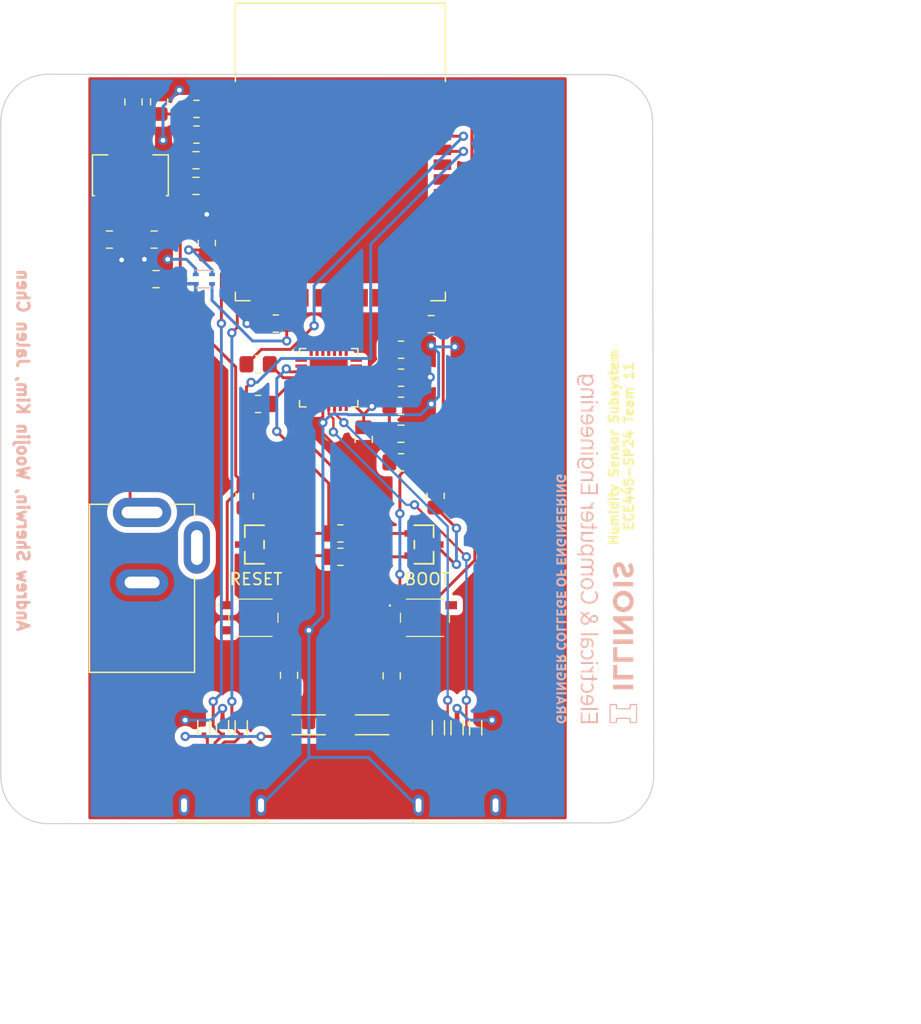
<source format=kicad_pcb>
(kicad_pcb (version 20221018) (generator pcbnew)
  (layers (0 "F.Cu" signal) (31 "B.Cu" signal) (34 "B.Paste" user) (35 "F.Paste" user) (36 "B.SilkS" user "B.Silkscreen") (37 "F.SilkS" user "F.Silkscreen") (38 "B.Mask" user) (39 "F.Mask" user) (44 "Edge.Cuts" user))
  (net 0 "")
  (net 1 "+12V")
  (net 2 "GND")
  (net 3 "+3.3V")
  (net 4 "Net-(C6-Pad1)")
  (net 5 "Net-(C7-Pad1)")
  (net 6 "Net-(U4-VBUS)")
  (net 7 "CHIP_PU")
  (net 8 "IO0")
  (net 9 "USB_DP")
  (net 10 "USB_DN")
  (net 11 "IO20")
  (net 12 "IO19")
  (net 13 "VBUS")
  (net 17 "Net-(U1-IO8)")
  (net 18 "Net-(U1-IO9)")
  (net 19 "Net-(U4-~{RST})")
  (net 20 "Net-(U4-~{SUSPEND})")
  (net 21 "Net-(U4-TXD)")
  (net 22 "U0RXD")
  (net 23 "Net-(U4-RXD)")
  (net 24 "U0TXD")
  (net 25 "DTR")
  (net 26 "Net-(U5-BASE)")
  (net 27 "RTS")
  (net 28 "Net-(U6-BASE)")
  (net 29 "Net-(U5-COLLECTOR)")
  (net 30 "Net-(U6-COLLECTOR)")
  (net 31 "ESP_3V3")
  (footprint "Resistor_SMD:R_0805_2012Metric_Pad1.20x1.40mm_HandSolder" (layer "F.Cu") (at 119.95 89 180)
    (fp_text reference "R7" hide)
    (fp_text value "0" hide)
  )
  (footprint "ECE445:SOT-23_ONS" (layer "F.Cu") (at 119.6348 101.0475 90)
    (fp_text reference "U5" hide)
    (fp_text value "L8050QLT1G" hide)
  )
  (footprint "Capacitor_SMD:C_0805_2012Metric_Pad1.18x1.45mm_HandSolder" (layer "F.Cu") (at 129 92.0375 -90)
    (fp_text reference "C8" hide)
    (fp_text value "10uF" hide)
  )
  (footprint "Resistor_SMD:R_0805_2012Metric_Pad1.20x1.40mm_HandSolder" (layer "F.Cu") (at 132.2 89.15 180)
    (fp_text reference "R6" hide)
    (fp_text value "47500" hide)
  )
  (footprint "ECE445:SOT-23_ONS" (layer "F.Cu") (at 134.1652 101.0475 -90)
    (fp_text reference "U6" hide)
    (fp_text value "L8050QLT1G" hide)
  )
  (footprint "Resistor_SMD:R_0805_2012Metric_Pad1.20x1.40mm_HandSolder" (layer "F.Cu") (at 114.665 63.71 180)
    (fp_text reference "R13" hide)
    (fp_text value "0" hide)
  )
  (footprint "ECE445:PTS815 SJG 250 SMTR LFS" (layer "F.Cu") (at 134.25 107.325)
    (fp_text reference "S1" hide)
    (fp_text value "PTS815_SJG_250_SMTR_LFS" hide)
  )
  (footprint "Capacitor_SMD:C_0805_2012Metric_Pad1.18x1.45mm_HandSolder" (layer "F.Cu") (at 111.04 74.91)
    (fp_text reference "C1" hide)
    (fp_text value "1uF" hide)
  )
  (footprint "Resistor_SMD:R_0805_2012Metric_Pad1.20x1.40mm_HandSolder" (layer "F.Cu") (at 115.55 75.2 90)
    (fp_text reference "R1" hide)
    (fp_text value "10000" hide)
  )
  (footprint "Capacitor_SMD:C_0805_2012Metric_Pad1.18x1.45mm_HandSolder" (layer "F.Cu") (at 114.6275 68.11 180)
    (fp_text reference "C10" hide)
    (fp_text value "1uF" hide)
  )
  (footprint "Capacitor_SMD:C_0805_2012Metric_Pad1.18x1.45mm_HandSolder" (layer "F.Cu") (at 107.2025 74.91 180)
    (fp_text reference "C2" hide)
    (fp_text value "4.7uF" hide)
  )
  (footprint "ECE445:LESD5D5_0CT1G" (layer "F.Cu") (at 138.6 116.76 -90)
    (fp_text reference "D1" hide)
    (fp_text value "LESD5D5.0CT1G" hide)
  )
  (footprint "Resistor_SMD:R_0805_2012Metric_Pad1.20x1.40mm_HandSolder" (layer "F.Cu") (at 132.2 86.75 180)
    (fp_text reference "R3" hide)
    (fp_text value "1000" hide)
  )
  (footprint "ECE445:PTS815 SJG 250 SMTR LFS" (layer "F.Cu") (at 119.55 107.325)
    (fp_text reference "S2" hide)
    (fp_text value "PTS815_SJG_250_SMTR_LFS" hide)
  )
  (footprint "ECE445:ESP32-S3-WROOM-1-N8-SnapEDA" (layer "F.Cu") (at 127 67.4)
    (fp_text reference "U1" hide)
    (fp_text value "ESP32-S3-WROOM-1-N8" hide)
  )
  (footprint "Resistor_SMD:R_0805_2012Metric_Pad1.20x1.40mm_HandSolder" (layer "F.Cu") (at 127 100.1)
    (fp_text reference "R10" hide)
    (fp_text value "10000" hide)
  )
  (footprint "Capacitor_SMD:C_0805_2012Metric_Pad1.18x1.45mm_HandSolder" (layer "F.Cu") (at 109.265 63.11 90)
    (fp_text reference "C4" hide)
    (fp_text value "10uF" hide)
  )
  (footprint "ECE445:PJ-202AH" (layer "F.Cu") (at 110 104.8 -90)
    (fp_text reference "J1" hide)
    (fp_text value "PJ-202AH" hide)
  )
  (footprint "Resistor_SMD:R_0805_2012Metric_Pad1.20x1.40mm_HandSolder" (layer "F.Cu") (at 118.8 96.895 90)
    (fp_text reference "R11" hide)
    (fp_text value "0" hide)
  )
  (footprint "Resistor_SMD:R_0805_2012Metric_Pad1.20x1.40mm_HandSolder" (layer "F.Cu") (at 121.465 82.11 180)
    (fp_text reference "R2" hide)
    (fp_text value "10000" hide)
  )
  (footprint "ECE445:LESD5D5_0CT1G" (layer "F.Cu") (at 118.5 116.76 -90)
    (fp_text reference "D3" hide)
    (fp_text value "LESD5D5.0CT1G" hide)
  )
  (footprint "ECE445:10118193-0001LF" (layer "F.Cu") (at 137 123.4)
    (fp_text reference "J2" hide)
    (fp_text value "10118193-0001LF" hide)
  )
  (footprint "ECE445:LDL1117S33R-SnapEDA" (layer "F.Cu") (at 109 69.4 90)
    (fp_text reference "U2" hide)
    (fp_text value "LDL1117S33R-SnapEDA" hide)
  )
  (footprint "ECE445:LESD5D5_0CT1G" (layer "F.Cu") (at 116.9 116.74 -90)
    (fp_text reference "D4" hide)
    (fp_text value "LESD5D5.0CT1G" hide)
  )
  (footprint "Capacitor_SMD:C_0805_2012Metric_Pad1.18x1.45mm_HandSolder" (layer "F.Cu") (at 114.6275 70.31 180)
    (fp_text reference "C12" hide)
    (fp_text value "0.1uF" hide)
  )
  (footprint "Capacitor_SMD:C_0805_2012Metric_Pad1.18x1.45mm_HandSolder" (layer "F.Cu") (at 111.2 78.3 180)
    (fp_text reference "C3" hide)
    (fp_text value "100nF" hide)
  )
  (footprint "Resistor_SMD:R_0805_2012Metric_Pad1.20x1.40mm_HandSolder" (layer "F.Cu") (at 127 102.1 180)
    (fp_text reference "R9" hide)
    (fp_text value "10000" hide)
  )
  (footprint "Capacitor_SMD:C_0805_2012Metric_Pad1.18x1.45mm_HandSolder" (layer "F.Cu") (at 111.465 63.11 90)
    (fp_text reference "C5" hide)
    (fp_text value "0.1uF" hide)
  )
  (footprint "Resistor_SMD:R_0805_2012Metric_Pad1.20x1.40mm_HandSolder" (layer "F.Cu") (at 132.2 94 180)
    (fp_text reference "R5" hide)
    (fp_text value "22100" hide)
  )
  (footprint "MountingHole:MountingHole_3.2mm_M3" (layer "F.Cu") (at 150.1 121.1)
    (fp_text reference "H4" hide)
    (fp_text value "MountingHole" hide)
  )
  (footprint "ECE445:CP2102N-A02-GQFN28" (layer "F.Cu") (at 126 86.75 90)
    (fp_text reference "U4" hide)
    (fp_text value "CP2102N-A02-GQFN28" hide)
  )
  (footprint "ECE445:10118193-0001LF" (layer "F.Cu") (at 116.9 123.4)
    (fp_text reference "J3" hide)
    (fp_text value "10118193-0001LF" hide)
  )
  (footprint "ECE445:LESD5D5_0CT1G" (layer "F.Cu") (at 135.4 116.76 -90)
    (fp_text reference "D7" hide)
    (fp_text value "LESD5D5.0CT1G" hide)
  )
  (footprint "ECE445:LESD5D5_0CT1G" (layer "F.Cu") (at 137 116.76 -90)
    (fp_text reference "D2" hide)
    (fp_text value "LESD5D5.0CT1G" hide)
  )
  (footprint "Resistor_SMD:R_0805_2012Metric_Pad1.20x1.40mm_HandSolder" (layer "F.Cu") (at 135.1652 96.876 90)
    (fp_text reference "R12" hide)
    (fp_text value "0" hide)
  )
  (footprint "ECE445:1N5819HW-7-F" (layer "F.Cu") (at 129.72 116.5 180)
    (fp_text reference "D6" hide)
    (fp_text value "1N5819HW-7-F" hide)
  )
  (footprint "Capacitor_SMD:C_0805_2012Metric_Pad1.18x1.45mm_HandSolder" (layer "F.Cu") (at 132.2 91.55)
    (fp_text reference "C9" hide)
    (fp_text value "1uF" hide)
  )
  (footprint "Resistor_SMD:R_0805_2012Metric_Pad1.20x1.40mm_HandSolder" (layer "F.Cu") (at 119.95 85.6 180)
    (fp_text reference "R8" hide)
    (fp_text value "0" hide)
  )
  (footprint "ECE445:LESD5D5_0CT1G" (layer "F.Cu") (at 115.3 116.74 -90)
    (fp_text reference "D8" hide)
    (fp_text value "LESD5D5.0CT1G" hide)
  )
  (footprint "Capacitor_SMD:C_0805_2012Metric_Pad1.18x1.45mm_HandSolder" (layer "F.Cu") (at 122.6 112.2625 90)
    (fp_text reference "C7" hide)
    (fp_text value "10uF" hide)
  )
  (footprint "ECE445:1N5819HW-7-F" (layer "F.Cu") (at 124.28 116.5)
    (fp_text reference "D5" hide)
    (fp_text value "1N5819HW-7-F" hide)
  )
  (footprint "Capacitor_SMD:C_0805_2012Metric_Pad1.18x1.45mm_HandSolder" (layer "F.Cu") (at 134.7775 82.16 180)
    (fp_text reference "C11" hide)
    (fp_text value "0.1uF" hide)
  )
  (footprint "MountingHole:MountingHole_3.2mm_M3" (layer "F.Cu") (at 101.7 121.1)
    (fp_text reference "H2" hide)
    (fp_text value "MountingHole" hide)
  )
  (footprint "MountingHole:MountingHole_3.2mm_M3" (layer "F.Cu") (at 101.8 64.5)
    (fp_text reference "H1" hide)
    (fp_text value "MountingHole" hide)
  )
  (footprint "MountingHole:MountingHole_3.2mm_M3" (layer "F.Cu") (at 149.881128 64.6)
    (fp_text reference "H3" hide)
    (fp_text value "MountingHole" hide)
  )
  (footprint "Resistor_SMD:R_0805_2012Metric_Pad1.20x1.40mm_HandSolder" (layer "F.Cu") (at 132.2 84.35 180)
    (fp_text reference "R4" hide)
    (fp_text value "10000" hide)
  )
  (footprint "Resistor_SMD:R_0805_2012Metric_Pad1.20x1.40mm_HandSolder" (layer "F.Cu") (at 114.665 65.91)
    (fp_text reference "R14" hide)
    (fp_text value "10000" hide)
  )
  (footprint "Capacitor_SMD:C_0805_2012Metric_Pad1.18x1.45mm_HandSolder" (layer "F.Cu") (at 131.4 112.3 90)
    (fp_text reference "C6" hide)
    (fp_text value "10uF" hide)
  )
  (footprint "ECE445:SHT45-AD1B-R3" (layer "B.Cu") (at 115.3 78.3 180)
    (fp_text reference "U3" hide)
    (fp_text value "SHT45-AD1B-R3" hide)
  )
  (footprint "ECE445:IllinoisECENegative31mm" (layer "B.Cu") (at 149 101.4 90)
    (fp_text reference "" hide)
    (fp_text value "LOGO" hide)
  )
  (gr_arc (start 101.931128 124.971128) (mid 99.08069 123.790438) (end 97.9 120.94) (stroke (width 0.1)) (layer "Edge.Cuts"))
  (gr_arc (start 97.9 64.771128) (mid 99.08069 61.92069) (end 101.931128 60.74) (stroke (width 0.1)) (layer "Edge.Cuts"))
  (gr_arc (start 149.731128 60.771128) (mid 152.581566 61.951818) (end 153.762256 64.802256) (stroke (width 0.1)) (layer "Edge.Cuts"))
  (gr_line (start 97.9 64.771128) (end 97.9 120.94) (stroke (width 0.1)) (layer "Edge.Cuts"))
  (gr_arc (start 153.862256 120.877744) (mid 152.681566 123.728182) (end 149.831128 124.908872) (stroke (width 0.1)) (layer "Edge.Cuts"))
  (gr_line (start 149.731128 60.771128) (end 101.931128 60.74) (stroke (width 0.1)) (layer "Edge.Cuts"))
  (gr_line (start 153.862256 120.877744) (end 153.762256 64.802256) (stroke (width 0.1)) (layer "Edge.Cuts"))
  (gr_line (start 101.931128 124.971128) (end 149.831128 124.908872) (stroke (width 0.1)) (layer "Edge.Cuts"))
  (gr_text "Andrew Sherwin, Woojin Kim, Jalen Chen" (at 99.2 108.6 270) (layer "B.SilkS") (effects (font (size 1 1) (thickness 0.25) bold) (justify left bottom mirror)))
  (gr_text "Humidity Sensor Subsystem\n  ECE445-SP24 Team 11" (at 152.2 101.2 90) (layer "F.SilkS") (effects (font (size 0.8 0.8) (thickness 0.2) bold) (justify left bottom)))
  (gr_text "BOOT" (at 132.4 104.6) (layer "F.SilkS") (effects (font (size 1 1)) (justify left bottom)))
  (gr_text "RESET" (at 117.4 104.6) (layer "F.SilkS") (effects (font (size 1 1)) (justify left bottom)))
  (segment (start 111.365 73.5475) (end 110.0025 74.91) (width 0.25) (layer "F.Cu") (net 1))
  (segment (start 111.365 72.54) (end 111.365 73.5475) (width 0.25) (layer "F.Cu") (net 1))
  (segment (start 110.0025 74.91) (end 108.975 75.9375) (width 0.25) (layer "F.Cu") (net 1))
  (segment (start 108.975 75.9375) (end 108.975 97.275) (width 0.25) (layer "F.Cu") (net 1))
  (segment (start 108.975 97.275) (end 110 98.3) (width 0.25) (layer "F.Cu") (net 1))
  (segment (start 138.275 82.625) (end 136.8 84.1) (width 0.25) (layer "F.Cu") (net 2))
  (segment (start 138.975 105.925) (end 138.975 86.275) (width 0.25) (layer "F.Cu") (net 2))
  (segment (start 112.2 76.6) (end 112.2 75.0325) (width 0.25) (layer "F.Cu") (net 2))
  (segment (start 120.1 121.4) (end 118.1 123.4) (width 0.25) (layer "F.Cu") (net 2))
  (segment (start 125.415 70.06) (end 126.815 71.46) (width 0.25) (layer "F.Cu") (net 2))
  (segment (start 125.897537 71.885) (end 126.332463 71.885) (width 0.25) (layer "F.Cu") (net 2))
  (segment (start 113.59 70.31) (end 112.8 71.1) (width 0.25) (layer "F.Cu") (net 2))
  (segment (start 125.5 91.525305) (end 125.5 90.6) (width 0.25) (layer "F.Cu") (net 2))
  (segment (start 109.265 62.0725) (end 111.465 62.0725) (width 0.25) (layer "F.Cu") (net 2))
  (segment (start 106.765 64.5725) (end 106.765 72.54) (width 0.25) (layer "F.Cu") (net 2))
  (segment (start 113.7 119.25) (end 113.7 120.95) (width 0.25) (layer "F.Cu") (net 2))
  (segment (start 123.49 69.477463) (end 123.972537 69.96) (width 0.25) (layer "F.Cu") (net 2))
  (segment (start 118.1 123.4) (end 120.2 123.4) (width 0.25) (layer "F.Cu") (net 2))
  (segment (start 113.7 120.95) (end 113.7 123.3) (width 0.25) (layer "F.Cu") (net 2))
  (segment (start 134.8 83.22) (end 133.74 82.16) (width 0.25) (layer "F.Cu") (net 2))
  (segment (start 125.415 71.46) (end 125.415 70.06) (width 0.25) (layer "F.Cu") (net 2))
  (segment (start 118.165 62.34) (end 113.44 62.34) (width 0.25) (layer "F.Cu") (net 2))
  (segment (start 126.297463 68) (end 126.815 68.517537) (width 0.25) (layer "F.Cu") (net 2))
  (segment (start 124.015 67.09) (end 124.015 68.56) (width 0.25) (layer "F.Cu") (net 2))
  (segment (start 127.34 70.442537) (end 126.857463 69.96) (width 0.25) (layer "F.Cu") (net 2))
  (segment (start 112.8 71.1) (end 112.8 74.1875) (width 0.25) (layer "F.Cu") (net 2))
  (segment (start 124.015 70.06) (end 125.415 70.06) (width 0.25) (layer "F.Cu") (net 2))
  (segment (start 133.7 123.4) (end 135.8 123.4) (width 0.25) (layer "F.Cu") (net 2))
  (segment (start 129 93.075) (end 127.049695 93.075) (width 0.25) (layer "F.Cu") (net 2))
  (segment (start 124.015 68.56) (end 124.015 68.517537) (width 0.25) (layer "F.Cu") (net 2))
  (segment (start 125.415 71.36) (end 125.415 71.402463) (width 0.25) (layer "F.Cu") (net 2))
  (segment (start 119.165 62.24) (end 124.015 67.09) (width 0.25) (layer "F.Cu") (net 2))
  (segment (start 140.2 121.4) (end 138.2 123.4) (width 0.25) (layer "F.Cu") (net 2))
  (segment (start 140 114.8) (end 140 116.1) (width 0.25) (layer "F.Cu") (net 2))
  (segment (start 124.015 68.56) (end 123.972537 68.56) (width 0.25) (layer "F.Cu") (net 2))
  (segment (start 138.975 86.275) (end 136.8 84.1) (width 0.25) (layer "F.Cu") (net 2))
  (segment (start 113.7 116.1) (end 115.28 116.1) (width 0.25) (layer "F.Cu") (net 2))
  (segment (start 126.332463 71.885) (end 126.815 71.402463) (width 0.25) (layer "F.Cu") (net 2))
  (segment (start 133.8 120.95) (end 133.8 121.4) (width 0.25) (layer "F.Cu") (net 2))
  (segment (start 125.5 87.25) (end 126 86.75) (width 0.25) (layer "F.Cu") (net 2))
  (segment (start 125.415 68.517537) (end 125.932537 68) (width 0.25) (layer "F.Cu") (net 2))
  (segment (start 113.59 70.31) (end 113.59 68.11) (width 0.25) (layer "F.Cu") (net 2))
  (segment (start 123.49 70.442537) (end 123.49 70.877463) (width 0.25) (layer "F.Cu") (net 2))
  (segment (start 134.65 89.15) (end 134.8 89) (width 0.25) (layer "F.Cu") (net 2))
  (segment (start 125.415 68.66) (end 125.415 70.06) (width 0.25) (layer "F.Cu") (net 2))
  (segment (start 124.015 71.36) (end 124.015 71.402463) (width 0.25) (layer "F.Cu") (net 2))
  (segment (start 127.049695 93.075) (end 125.5 91.525305) (width 0.25) (layer "F.Cu") (net 2))
  (segment (start 126.815 70.06) (end 125.415 70.06) (width 0.25) (layer "F.Cu") (net 2))
  (segment (start 124.015 69.96) (end 123.972537 69.96) (width 0.25) (layer "F.Cu") (net 2))
  (segment (start 110 115.55) (end 113.7 119.25) (width 0.25) (layer "F.Cu") (net 2))
  (segment (start 133.74 83.81) (end 133.2 84.35) (width 0.25) (layer "F.Cu") (net 2))
  (segment (start 124.497537 71.885) (end 124.932463 71.885) (width 0.25) (layer "F.Cu") (net 2))
  (segment (start 125.415 71.402463) (end 125.897537 71.885) (width 0.25) (layer "F.Cu") (net 2))
  (segment (start 111.4925 62.1) (end 111.465 62.0725) (width 0.25) (layer "F.Cu") (net 2))
  (segment (start 125.415 70.06) (end 124.015 68.66) (width 0.25) (layer "F.Cu") (net 2))
  (segment (start 126.815 69.96) (end 126.857463 69.96) (width 0.25) (layer "F.Cu") (net 2))
  (segment (start 124.015 71.402463) (end 124.497537 71.885) (width 0.25) (layer "F.Cu") (net 2))
  (segment (start 123.972537 69.96) (end 123.49 70.442537) (width 0.25) (layer "F.Cu") (net 2))
  (segment (start 115.7 123.4) (end 118.1 123.4) (width 0.25) (layer "F.Cu") (net 2))
  (segment (start 135.665 62.34) (end 136.665 62.34) (width 0.25) (layer "F.Cu") (net 2))
  (segment (start 124.3 108.4) (end 121.8 108.4) (width 0.25) (layer "F.Cu") (net 2))
  (segment (start 133.8 121.4) (end 135.8 123.4) (width 0.25) (layer "F.Cu") (net 2))
  (segment (start 106.165 100.465) (end 110 104.3) (width 0.25) (layer "F.Cu") (net 2))
  (segment (start 112.2375 76.6375) (end 112.2 76.6) (width 0.25) (layer "F.Cu") (net 2))
  (segment (start 118.165 62.24) (end 119.165 62.24) (width 0.25) (layer "F.Cu") (net 2))
  (segment (start 106.165 74.91) (end 106.165 100.465) (width 0.25) (layer "F.Cu") (net 2))
  (segment (start 136.665 62.34) (end 138.275 63.95) (width 0.25) (layer "F.Cu") (net 2))
  (segment (start 125.5 89.11) (end 125.5 87.25) (width 0.25) (layer "F.Cu") (net 2))
  (segment (start 140.2 116.3) (end 140.2 120.95) (width 0.25) (layer "F.Cu") (net 2))
  (segment (start 127.34 69.477463) (end 127.34 69.042537) (width 0.25) (layer "F.Cu") (net 2))
  (segment (start 123.972537 68.56) (end 123.49 69.042537) (width 0.25) (layer "F.Cu") (net 2))
  (segment (start 113.6 123.4) (end 115.7 123.4) (width 0.25) (layer "F.Cu") (net 2))
  (segment (start 112.8 74.1875) (end 112.0775 74.91) (width 0.25) (layer "F.Cu") (net 2))
  (segment (start 135.8 123.4) (end 138.2 123.4) (width 0.25) (layer "F.Cu") (net 2))
  (segment (start 133.135 62.34) (end 126.815 68.66) (width 0.25) (layer "F.Cu") (net 2))
  (segment (start 138.2 123.4) (end 140.3 123.4) (width 0.25) (layer "F.Cu") (net 2))
  (segment (start 135.665 62.34) (end 133.135 62.34) (width 0.25) (layer "F.Cu") (net 2))
  (segment (start 124.932463 71.885) (end 125.415 71.402463) (width 0.25) (layer "F.Cu") (net 2))
  (segment (start 138.6 116.1) (end 140 116.1) (width 0.25) (layer "F.Cu") (net 2))
  (segment (start 127.34 69.042537) (end 126.857463 68.56) (width 0.25) (layer "F.Cu") (net 2))
  (segment (start 109.265 62.0725) (end 106.765 64.5725) (width 0.25) (layer "F.Cu") (net 2))
  (segment (start 127.34 70.877463) (end 127.34 70.442537) (width 0.25) (layer "F.Cu") (net 2))
  (segment (start 112.2 75.0325) (end 112.0775 74.91) (width 0.25) (layer "F.Cu") (net 2))
  (segment (start 120.1 120.95) (end 120.1 123.3) (width 0.25) (layer "F.Cu") (net 2))
  (segment (start 133.2 89.15) (end 134.65 89.15) (width 0.25) (layer "F.Cu") (net 2))
  (segment (start 123.49 69.042537) (end 123.49 69.477463) (width 0.25) (layer "F.Cu") (net 2))
  (segment (start 126.857463 71.36) (end 127.34 70.877463) (width 0.25) (layer "F.Cu") (net 2))
  (segment (start 123.49 70.877463) (end 123.972537 71.36) (width 0.25) (layer "F.Cu") (net 2))
  (segment (start 138.975 113.775) (end 140 114.8) (width 0.25) (layer "F.Cu") (net 2))
  (segment (start 120.1 120.95) (end 120.1 121.4) (width 0.25) (layer "F.Cu") (net 2))
  (segment (start 126.815 71.402463) (end 126.815 71.36) (width 0.25) (layer "F.Cu") (net 2))
  (segment (start 113.59 68.11) (end 113.51 68.11) (width 0.25) (layer "F.Cu") (net 2))
  (segment (start 124.015 71.46) (end 125.415 70.06) (width 0.25) (layer "F.Cu") (net 2))
  (segment (start 133.8 120.95) (end 133.8 123.3) (width 0.25) (layer "F.Cu") (net 2))
  (segment (start 134.8 84) (end 134.8 83.22) (width 0.25) (layer "F.Cu") (net 2))
  (segment (start 110 104.3) (end 110 115.55) (width 0.25) (layer "F.Cu") (net 2))
  (segment (start 124.932463 68.035) (end 125.415 68.517537) (width 0.25) (layer "F.Cu") (net 2))
  (segment (start 136.5 108.4) (end 138.975 105.925) (width 0.25) (layer "F.Cu") (net 2))
  (segment (start 126.857463 69.96) (end 127.34 69.477463) (width 0.25) (layer "F.Cu") (net 2))
  (segment (start 106.165 74.91) (end 106.165 73.14) (width 0.25) (layer "F.Cu") (net 2))
  (segment (start 125.415 68.56) (end 125.415 68.517537) (width 0.25) (layer "F.Cu") (net 2))
  (segment (start 125.5 90.6) (end 125.5 89.11) (width 0.25) (layer "F.Cu") (net 2))
  (segment (start 126.815 68.517537) (end 126.815 68.56) (width 0.25) (layer "F.Cu") (net 2))
  (segment (start 126.857463 68.56) (end 126.815 68.56) (width 0.25) (layer "F.Cu") (net 2))
  (segment (start 125.932537 68) (end 126.297463 68) (width 0.25) (layer "F.Cu") (net 2))
  (segment (start 138.275 63.95) (end 138.275 82.625) (width 0.25) (layer "F.Cu") (net 2))
  (segment (start 113.7 121.4) (end 115.7 123.4) (width 0.25) (layer "F.Cu") (net 2))
  (segment (start 140.2 120.95) (end 140.2 121.4) (width 0.25) (layer "F.Cu") (net 2))
  (segment (start 124.497537 68.035) (end 124.932463 68.035) (width 0.25) (layer "F.Cu") (net 2))
  (segment (start 140 116.1) (end 140.2 116.3) (width 0.25) (layer "F.Cu") (net 2))
  (segment (start 124.015 68.517537) (end 124.497537 68.035) (width 0.25) (layer "F.Cu") (net 2))
  (segment (start 113.7 120.95) (end 113.7 121.4) (width 0.25) (layer "F.Cu") (net 2))
  (segment (start 126.815 68.66) (end 125.415 70.06) (width 0.25) (layer "F.Cu") (net 2))
  (segment (start 140.2 120.95) (end 140.2 123.3) (width 0.25) (layer "F.Cu") (net 2))
  (segment (start 123.972537 71.36) (end 124.015 71.36) (width 0.25) (layer "F.Cu") (net 2))
  (segment (start 113.44 62.34) (end 113.2 62.1) (width 0.25) (layer "F.Cu") (net 2))
  (segment (start 112.2375 78.3) (end 112.2375 76.6375) (width 0.25) (layer "F.Cu") (net 2))
  (segment (start 126.815 71.36) (end 126.857463 71.36) (width 0.25) (layer "F.Cu") (net 2))
  (segment (start 133.74 82.16) (end 133.74 83.81) (width 0.25) (layer "F.Cu") (net 2))
  (segment (start 106.165 73.14) (end 106.765 72.54) (width 0.25) (layer "F.Cu") (net 2))
  (segment (start 138.975 105.925) (end 138.975 113.775) (width 0.25) (layer "F.Cu") (net 2))
  (segment (start 113.51 68.11) (end 111.8 66.4) (width 0.25) (layer "F.Cu") (net 2))
  (segment (start 113.2 62.1) (end 111.4925 62.1) (width 0.25) (layer "F.Cu") (net 2))
  (via (at 134.8 89) (size 0.8) (drill 0.4) (layers "F.Cu" "B.Cu") (net 2))
  (via (at 140 116.1) (size 0.8) (drill 0.4) (layers "F.Cu" "B.Cu") (net 2))
  (via (at 113.7 116.1) (size 0.8) (drill 0.4) (layers "F.Cu" "B.Cu") (net 2))
  (via (at 112.2 76.6) (size 0.8) (drill 0.4) (layers "F.Cu" "B.Cu") (net 2))
  (via (at 113.2 62.1) (size 0.8) (drill 0.4) (layers "F.Cu" "B.Cu") (net 2))
  (via (at 124.3 108.4) (size 0.8) (drill 0.4) (layers "F.Cu" "B.Cu") (net 2))
  (via (at 116.9 115.1) (size 0.8) (drill 0.4) (layers "F.Cu" "B.Cu") (net 2))
  (via (at 111.8 66.4) (size 0.8) (drill 0.4) (layers "F.Cu" "B.Cu") (net 2))
  (via (at 137 115.1) (size 0.8) (drill 0.4) (layers "F.Cu" "B.Cu") (net 2))
  (via (at 134.8 84) (size 0.8) (drill 0.4) (layers "F.Cu" "B.Cu") (net 2))
  (via (at 136.8 84.1) (size 0.8) (drill 0.4) (layers "F.Cu" "B.Cu") (net 2))
  (via (at 125.5 90.6) (size 0.8) (drill 0.4) (layers "F.Cu" "B.Cu") (net 2))
  (segment (start 116.9 115.1) (end 115.9 116.1) (width 0.25) (layer "B.Cu") (net 2))
  (segment (start 115.9 116.1) (end 113.7 116.1) (width 0.25) (layer "B.Cu") (net 2))
  (segment (start 111.8 63.5) (end 113.2 62.1) (width 0.25) (layer "B.Cu") (net 2))
  (segment (start 126.225 89.875) (end 125.5 90.6) (width 0.25) (layer "B.Cu") (net 2))
  (segment (start 138 116.1) (end 137 115.1) (width 0.25) (layer "B.Cu") (net 2))
  (segment (start 134.8 89) (end 133.875 89.925) (width 0.25) (layer "B.Cu") (net 2))
  (segment (start 114.6 77.9) (end 114.6 77.4) (width 0.25) (layer "B.Cu") (net 2))
  (segment (start 133.875 89.925) (end 127.650305 89.925) (width 0.25) (layer "B.Cu") (net 2))
  (segment (start 114.6 77.4) (end 114 76.8) (width 0.25) (layer "B.Cu") (net 2))
  (segment (start 113.8 76.6) (end 112.2 76.6) (width 0.25) (layer "B.Cu") (net 2))
  (segment (start 136.8 84.1) (end 134.9 84.1) (width 0.25) (layer "B.Cu") (net 2))
  (segment (start 134.8 89) (end 135.425 88.375) (width 0.25) (layer "B.Cu") (net 2))
  (segment (start 124.3 119.3) (end 124.3 108.4) (width 0.25) (layer "B.Cu") (net 2))
  (segment (start 135.425 84.625) (end 134.8 84) (width 0.25) (layer "B.Cu") (net 2))
  (segment (start 134.9 84.1) (end 134.8 84) (width 0.25) (layer "B.Cu") (net 2))
  (segment (start 125.5 90.6) (end 125.5 107.2) (width 0.25) (layer "B.Cu") (net 2))
  (segment (start 140 116.1) (end 138 116.1) (width 0.25) (layer "B.Cu") (net 2))
  (segment (start 135.425 88.375) (end 135.425 84.625) (width 0.25) (layer "B.Cu") (net 2))
  (segment (start 133.7 123.4) (end 133.5 123.4) (width 0.25) (layer "B.Cu") (net 2))
  (segment (start 125.5 107.2) (end 124.3 108.4) (width 0.25) (layer "B.Cu") (net 2))
  (segment (start 129.4 119.3) (end 124.3 119.3) (width 0.25) (layer "B.Cu") (net 2))
  (segment (start 114 76.8) (end 113.8 76.6) (width 0.25) (layer "B.Cu") (net 2))
  (segment (start 124.3 119.3) (end 120.2 123.4) (width 0.25) (layer "B.Cu") (net 2))
  (segment (start 127.650305 89.925) (end 127.600305 89.875) (width 0.25) (layer "B.Cu") (net 2))
  (segment (start 127.600305 89.875) (end 126.225 89.875) (width 0.25) (layer "B.Cu") (net 2))
  (segment (start 111.8 66.4) (end 111.8 63.5) (width 0.25) (layer "B.Cu") (net 2))
  (segment (start 133.5 123.4) (end 129.4 119.3) (width 0.25) (layer "B.Cu") (net 2))
  (segment (start 108.25 74.92) (end 108.24 74.91) (width 0.25) (layer "F.Cu") (net 3))
  (segment (start 108.25 76.65) (end 108.25 74.92) (width 0.25) (layer "F.Cu") (net 3))
  (segment (start 109.065 64.3475) (end 109.265 64.1475) (width 0.25) (layer "F.Cu") (net 3))
  (segment (start 115.55 72.75) (end 115.55 74.2) (width 0.25) (layer "F.Cu") (net 3))
  (segment (start 120.465 82.11) (end 119.01 82.11) (width 0.25) (layer "F.Cu") (net 3))
  (segment (start 128.21 89.11) (end 129 89.9) (width 0.25) (layer "F.Cu") (net 3))
  (segment (start 109.065 66.51) (end 109.065 64.3475) (width 0.25) (layer "F.Cu") (net 3))
  (segment (start 109.065 72.54) (end 109.065 74.085) (width 0.25) (layer "F.Cu") (net 3))
  (segment (start 110.1625 78.3) (end 110.1625 76.6375) (width 0.25) (layer "F.Cu") (net 3))
  (segment (start 111.465 64.1475) (end 113.2275 64.1475) (width 0.25) (layer "F.Cu") (net 3))
  (segment (start 133.2 86.75) (end 134.65 86.75) (width 0.25) (layer "F.Cu") (net 3))
  (segment (start 129 91) (end 129 89.9) (width 0.25) (layer "F.Cu") (net 3))
  (segment (start 127 89.11) (end 127.5 89.11) (width 0.25) (layer "F.Cu") (net 3))
  (segment (start 109.065 74.085) (end 108.24 74.91) (width 0.25) (layer "F.Cu") (net 3))
  (segment (start 109.065 66.51) (end 109.065 72.54) (width 0.25) (layer "F.Cu") (net 3))
  (segment (start 127.5 89.11) (end 128.21 89.11) (width 0.25) (layer "F.Cu") (net 3))
  (segment (start 109.265 64.1475) (end 111.465 64.1475) (width 0.25) (layer "F.Cu") (net 3))
  (segment (start 113.2275 64.1475) (end 113.665 63.71) (width 0.25) (layer "F.Cu") (net 3))
  (segment (start 108.24 74.91) (end 107.94 74.91) (width 0.25) (layer "F.Cu") (net 3))
  (segment (start 129 89.9) (end 129.7 89.2) (width 0.25) (layer "F.Cu") (net 3))
  (via (at 115.55 72.75) (size 0.8) (drill 0.4) (layers "F.Cu" "B.Cu") (net 3))
  (via (at 134.7 86.7) (size 0.8) (drill 0.4) (layers "F.Cu" "B.Cu") (net 3))
  (via (at 108.25 76.65) (size 0.8) (drill 0.4) (layers "F.Cu" "B.Cu") (net 3))
  (via (at 129.7 89.2) (size 0.8) (drill 0.4) (layers "F.Cu" "B.Cu") (net 3))
  (via (at 119 82.1) (size 0.8) (drill 0.4) (layers "F.Cu" "B.Cu") (net 3))
  (via (at 110.2 76.6) (size 0.8) (drill 0.4) (layers "F.Cu" "B.Cu") (net 3))
  (segment (start 131 87.9) (end 129.7 89.2) (width 0.25) (layer "B.Cu") (net 3))
  (segment (start 134 87.9) (end 131 87.9) (width 0.25) (layer "B.Cu") (net 3))
  (segment (start 134.7 86.7) (end 134.7 87.2) (width 0.25) (layer "B.Cu") (net 3))
  (segment (start 134.7 87.2) (end 134 87.9) (width 0.25) (layer "B.Cu") (net 3))
  (segment (start 108.25 76.65) (end 110.15 76.65) (width 0.25) (layer "B.Cu") (net 3))
  (segment (start 110.15 76.65) (end 110.2 76.6) (width 0.25) (layer "B.Cu") (net 3))
  (segment (start 131.4 116.5) (end 131.4 113.3375) (width 0.25) (layer "F.Cu") (net 4))
  (segment (start 122.6 116.5) (end 122.6 113.3) (width 0.25) (layer "F.Cu") (net 5))
  (segment (start 130.3 88.25) (end 128.36 88.25) (width 0.25) (layer "F.Cu") (net 6))
  (segment (start 131.2 94) (end 131.2 91.5875) (width 0.25) (layer "F.Cu") (net 6))
  (segment (start 131.2 89.15) (end 130.3 88.25) (width 0.25) (layer "F.Cu") (net 6))
  (segment (start 131.2 89.15) (end 131.2 91.5125) (width 0.25) (layer "F.Cu") (net 6))
  (segment (start 115.665 70.31) (end 115.665 68.11) (width 0.25) (layer "F.Cu") (net 7))
  (segment (start 117.3 97.395) (end 118.8 95.895) (width 0.25) (layer "F.Cu") (net 7))
  (segment (start 118.025 85.825) (end 113.275 81.075) (width 0.25) (layer "F.Cu") (net 7))
  (segment (start 113.275 81.075) (end 113.275 72.7) (width 0.25) (layer "F.Cu") (net 7))
  (segment (start 113.275 72.7) (end 115.665 70.31) (width 0.25) (layer "F.Cu") (net 7))
  (segment (start 118.8 95.895) (end 118.025 95.12) (width 0.25) (layer "F.Cu") (net 7))
  (segment (start 117.3 106.25) (end 117.3 97.395) (width 0.25) (layer "F.Cu") (net 7))
  (segment (start 118.025 95.12) (end 118.025 85.825) (width 0.25) (layer "F.Cu") (net 7))
  (segment (start 116.795 64.78) (end 118.165 64.78) (width 0.25) (layer "F.Cu") (net 7))
  (segment (start 115.665 65.91) (end 115.665 68.11) (width 0.25) (layer "F.Cu") (net 7))
  (segment (start 115.665 65.91) (end 116.795 64.78) (width 0.25) (layer "F.Cu") (net 7))
  (segment (start 135.815 82.16) (end 135.815 78.9) (width 0.25) (layer "F.Cu") (net 8))
  (segment (start 135.815 82.16) (end 135.815 95.2262) (width 0.25) (layer "F.Cu") (net 8))
  (segment (start 135.815 78.9) (end 135.665 78.75) (width 0.25) (layer "F.Cu") (net 8))
  (segment (start 138.525 99.2358) (end 135.1652 95.876) (width 0.25) (layer "F.Cu") (net 8))
  (segment (start 134.675305 106.25) (end 138.525 102.400305) (width 0.25) (layer "F.Cu") (net 8))
  (segment (start 135.815 95.2262) (end 135.1652 95.876) (width 0.25) (layer "F.Cu") (net 8))
  (segment (start 138.525 102.400305) (end 138.525 99.2358) (width 0.25) (layer "F.Cu") (net 8))
  (segment (start 132 106.25) (end 134.675305 106.25) (width 0.25) (layer "F.Cu") (net 8))
  (segment (start 133.355378 97.650922) (end 133.355378 97.644622) (width 0.2) (layer "F.Cu") (net 9))
  (segment (start 126.4 91.4) (end 126.4 90.265686) (width 0.2) (layer "F.Cu") (net 9))
  (segment (start 138.6 117.42) (end 138.02 118) (width 0.2) (layer "F.Cu") (net 9))
  (segment (start 126 89.865686) (end 126 89.11) (width 0.2) (layer "F.Cu") (net 9))
  (segment (start 137 118.15) (end 137 120.725) (width 0.2) (layer "F.Cu") (net 9))
  (segment (start 137.8 116.62) (end 137.8 114.4) (width 0.2) (layer "F.Cu") (net 9))
  (segment (start 138.02 118) (end 137.15 118) (width 0.2) (layer "F.Cu") (net 9))
  (segment (start 138.6 117.42) (end 137.8 116.62) (width 0.2) (layer "F.Cu") (net 9))
  (segment (start 136.504456 100.8) (end 136.504456 100.804456) (width 0.2) (layer "F.Cu") (net 9))
  (segment (start 136.504456 100.804456) (end 137.8 102.1) (width 0.2) (layer "F.Cu") (net 9))
  (segment (start 137.15 118) (end 137 118.15) (width 0.2) (layer "F.Cu") (net 9))
  (segment (start 136.504456 100.8) (end 133.355378 97.650922) (width 0.2) (layer "F.Cu") (net 9))
  (segment (start 126.4 90.265686) (end 126 89.865686) (width 0.2) (layer "F.Cu") (net 9))
  (via (at 137.8 102.1) (size 0.8) (drill 0.4) (layers "F.Cu" "B.Cu") (net 9))
  (via (at 133.355378 97.644622) (size 0.8) (drill 0.4) (layers "F.Cu" "B.Cu") (net 9))
  (via (at 126.4 91.4) (size 0.8) (drill 0.4) (layers "F.Cu" "B.Cu") (net 9))
  (via (at 137.8 114.4) (size 0.8) (drill 0.4) (layers "F.Cu" "B.Cu") (net 9))
  (segment (start 132.644622 97.644622) (end 126.4 91.4) (width 0.2) (layer "B.Cu") (net 9))
  (segment (start 137.8 114.4) (end 137.8 102.1) (width 0.2) (layer "B.Cu") (net 9))
  (segment (start 133.355378 97.644622) (end 132.644622 97.644622) (width 0.2) (layer "B.Cu") (net 9))
  (segment (start 136.35 118.07) (end 136.35 120.725) (width 0.2) (layer "F.Cu") (net 10))
  (segment (start 127.3 90.6) (end 126.5 89.8) (width 0.2) (layer "F.Cu") (net 10))
  (segment (start 136.2 116.62) (end 136.2 114.4) (width 0.2) (layer "F.Cu") (net 10))
  (segment (start 137 117.42) (end 136.35 118.07) (width 0.2) (layer "F.Cu") (net 10))
  (segment (start 137 117.42) (end 136.2 116.62) (width 0.2) (layer "F.Cu") (net 10))
  (segment (start 126.5 89.8) (end 126.5 89.11) (width 0.2) (layer "F.Cu") (net 10))
  (via (at 136.2 114.4) (size 0.8) (drill 0.4) (layers "F.Cu" "B.Cu") (net 10))
  (via (at 127.3 90.6) (size 0.8) (drill 0.4) (layers "F.Cu" "B.Cu") (net 10))
  (segment (start 136.2 99.5) (end 127.3 90.6) (width 0.2) (layer "B.Cu") (net 10))
  (segment (start 136.2 114.4) (end 136.2 99.5) (width 0.2) (layer "B.Cu") (net 10))
  (segment (start 117.085 117.965) (end 116.9 118.15) (width 0.25) (layer "F.Cu") (net 11))
  (segment (start 117.7 82.9) (end 118.165 82.435) (width 0.25) (layer "F.Cu") (net 11))
  (segment (start 118.5 117.42) (end 117.955 117.965) (width 0.25) (layer "F.Cu") (net 11))
  (segment (start 117.7 116.62) (end 117.7 114.5) (width 0.25) (layer "F.Cu") (net 11))
  (segment (start 118.165 82.435) (end 118.165 78.75) (width 0.25) (layer "F.Cu") (net 11))
  (segment (start 118.5 117.42) (end 117.7 116.62) (width 0.25) (layer "F.Cu") (net 11))
  (segment (start 116.9 118.15) (end 116.9 120.725) (width 0.25) (layer "F.Cu") (net 11))
  (segment (start 117.955 117.965) (end 117.085 117.965) (width 0.25) (layer "F.Cu") (net 11))
  (via (at 117.7 82.9) (size 0.8) (drill 0.4) (layers "F.Cu" "B.Cu") (net 11))
  (via (at 117.7 114.5) (size 0.8) (drill 0.4) (layers "F.Cu" "B.Cu") (net 11))
  (segment (start 117.7 114.5) (end 117.7 82.9) (width 0.25) (layer "B.Cu") (net 11))
  (segment (start 116.8 82.1) (end 116.8 77.845) (width 0.25) (layer "F.Cu") (net 12))
  (segment (start 116.1 116.6) (end 116.1 114.5) (width 0.25) (layer "F.Cu") (net 12))
  (segment (start 116.9 117.4) (end 116.25 118.05) (width 0.25) (layer "F.Cu") (net 12))
  (segment (start 116.25 118.05) (end 116.25 120.725) (width 0.25) (layer "F.Cu") (net 12))
  (segment (start 116.9 117.4) (end 116.1 116.6) (width 0.25) (layer "F.Cu") (net 12))
  (segment (start 117.165 77.48) (end 118.165 77.48) (width 0.25) (layer "F.Cu") (net 12))
  (segment (start 116.8 77.845) (end 117.165 77.48) (width 0.25) (layer "F.Cu") (net 12))
  (via (at 116.8 82.1) (size 0.8) (drill 0.4) (layers "F.Cu" "B.Cu") (net 12))
  (via (at 116.1 114.5) (size 0.8) (drill 0.4) (layers "F.Cu" "B.Cu") (net 12))
  (segment (start 116.1 114.5) (end 116.8 113.8) (width 0.25) (layer "B.Cu") (net 12))
  (segment (start 116.8 113.8) (end 116.8 82.1) (width 0.25) (layer "B.Cu") (net 12))
  (segment (start 135.7 117.72) (end 135.7 120.725) (width 0.25) (layer "F.Cu") (net 13))
  (segment (start 128.96 117.42) (end 128.04 116.5) (width 0.25) (layer "F.Cu") (net 13))
  (segment (start 128.04 108.71) (end 132.1 104.65) (width 0.25) (layer "F.Cu") (net 13))
  (segment (start 115.6 117.7) (end 115.6 120.725) (width 0.25) (layer "F.Cu") (net 13))
  (segment (start 132.1 104.65) (end 132.1 103.6) (width 0.25) (layer "F.Cu") (net 13))
  (segment (start 132.1 98.4) (end 132.1 95.1) (width 0.25) (layer "F.Cu") (net 13))
  (segment (start 128.04 116.5) (end 128.04 108.71) (width 0.25) (layer "F.Cu") (net 13))
  (segment (start 128.04 116.5) (end 125.96 116.5) (width 0.25) (layer "F.Cu") (net 13))
  (segment (start 132.1 95.1) (end 133.2 94) (width 0.25) (layer "F.Cu") (net 13))
  (segment (start 113.7 117.5) (end 115.2 117.5) (width 0.25) (layer "F.Cu") (net 13))
  (segment (start 115.3 117.4) (end 115.6 117.7) (width 0.25) (layer "F.Cu") (net 13))
  (segment (start 124.96 117.5) (end 120.2 117.5) (width 0.25) (layer "F.Cu") (net 13))
  (segment (start 135.4 117.42) (end 135.7 117.72) (width 0.25) (layer "F.Cu") (net 13))
  (segment (start 135.4 117.42) (end 128.96 117.42) (width 0.25) (layer "F.Cu") (net 13))
  (segment (start 125.96 116.5) (end 124.96 117.5) (width 0.25) (layer "F.Cu") (net 13))
  (via (at 113.7 117.5) (size 0.8) (drill 0.4) (layers "F.Cu" "B.Cu") (net 13))
  (via (at 120.2 117.5) (size 0.8) (drill 0.4) (layers "F.Cu" "B.Cu") (net 13))
  (via (at 132.1 98.4) (size 0.8) (drill 0.4) (layers "F.Cu" "B.Cu") (net 13))
  (via (at 132.1 103.6) (size 0.8) (drill 0.4) (layers "F.Cu" "B.Cu") (net 13))
  (segment (start 132.1 103.6) (end 132.1 98.4) (width 0.25) (layer "B.Cu") (net 13))
  (segment (start 120.2 117.5) (end 113.7 117.5) (width 0.25) (layer "B.Cu") (net 13))
  (segment (start 114 75.800497) (end 115.150497 75.800497) (width 0.25) (layer "F.Cu") (net 17))
  (segment (start 118.165 76.21) (end 115.56 76.21) (width 0.25) (layer "F.Cu") (net 17))
  (segment (start 115.56 76.21) (end 115.55 76.2) (width 0.25) (layer "F.Cu") (net 17))
  (segment (start 115.150497 75.800497) (end 115.55 76.2) (width 0.25) (layer "F.Cu") (net 17))
  (via (at 114 75.800497) (size 0.8) (drill 0.4) (layers "F.Cu" "B.Cu") (net 17))
  (segment (start 116 77.5) (end 114.300497 75.800497) (width 0.25) (layer "B.Cu") (net 17))
  (segment (start 114.300497 75.800497) (end 114 75.800497) (width 0.25) (layer "B.Cu") (net 17))
  (segment (start 116 77.9) (end 116 77.5) (width 0.25) (layer "B.Cu") (net 17))
  (segment (start 122.465 80.005) (end 122.47 80) (width 0.25) (layer "F.Cu") (net 18))
  (segment (start 122.4 83.6) (end 122.4 82.175) (width 0.25) (layer "F.Cu") (net 18))
  (segment (start 122.465 82.11) (end 122.465 80.005) (width 0.25) (layer "F.Cu") (net 18))
  (via (at 122.4 83.6) (size 0.8) (drill 0.4) (layers "F.Cu" "B.Cu") (net 18))
  (segment (start 119.474695 83.6) (end 122.4 83.6) (width 0.25) (layer "B.Cu") (net 18))
  (segment (start 116 78.7) (end 116 80.125305) (width 0.25) (layer "B.Cu") (net 18))
  (segment (start 116 80.125305) (end 119.474695 83.6) (width 0.25) (layer "B.Cu") (net 18))
  (segment (start 131.2 86.75) (end 130.2 87.75) (width 0.25) (layer "F.Cu") (net 19))
  (segment (start 130.2 87.75) (end 128.36 87.75) (width 0.25) (layer "F.Cu") (net 19))
  (segment (start 129.5 86.75) (end 128.36 86.75) (width 0.25) (layer "F.Cu") (net 20))
  (segment (start 131.2 84.35) (end 131.2 85.05) (width 0.25) (layer "F.Cu") (net 20))
  (segment (start 131.2 85.05) (end 129.5 86.75) (width 0.25) (layer "F.Cu") (net 20))
  (segment (start 123.64 87.25) (end 122.7 87.25) (width 0.25) (layer "F.Cu") (net 21))
  (segment (start 122.7 87.25) (end 120.95 89) (width 0.25) (layer "F.Cu") (net 21))
  (segment (start 137.55 67.35) (end 135.695 67.35) (width 0.25) (layer "F.Cu") (net 22))
  (segment (start 135.695 67.35) (end 135.665 67.32) (width 0.25) (layer "F.Cu") (net 22))
  (segment (start 118.95 87.55) (end 119.35 87.15) (width 0.25) (layer "F.Cu") (net 22))
  (segment (start 118.95 89) (end 118.95 87.55) (width 0.25) (layer "F.Cu") (net 22))
  (via (at 119.35 87.15) (size 0.8) (drill 0.4) (layers "F.Cu" "B.Cu") (net 22))
  (via (at 137.55 67.35) (size 0.8) (drill 0.4) (layers "F.Cu" "B.Cu") (net 22))
  (segment (start 129.6 75.3) (end 137.55 67.35) (width 0.25) (layer "B.Cu") (net 22))
  (segment (start 119.35 87.15) (end 119.875305 87.15) (width 0.25) (layer "B.Cu") (net 22))
  (segment (start 119.875305 87.15) (end 121.925305 85.1) (width 0.25) (layer "B.Cu") (net 22))
  (segment (start 129.6 85.1) (end 129.6 75.3) (width 0.25) (layer "B.Cu") (net 22))
  (segment (start 121.925305 85.1) (end 129.6 85.1) (width 0.25) (layer "B.Cu") (net 22))
  (segment (start 122.1 86.75) (end 120.95 85.6) (width 0.25) (layer "F.Cu") (net 23))
  (segment (start 123.64 86.75) (end 122.1 86.75) (width 0.25) (layer "F.Cu") (net 23))
  (segment (start 120.225 84.325) (end 122.725 84.325) (width 0.25) (layer "F.Cu") (net 24))
  (segment (start 118.95 85.6) (end 120.225 84.325) (width 0.25) (layer "F.Cu") (net 24))
  (segment (start 122.725 84.325) (end 124.75 82.3) (width 0.25) (layer "F.Cu") (net 24))
  (segment (start 137.55 66.05) (end 135.665 66.05) (width 0.25) (layer "F.Cu") (net 24))
  (via (at 137.55 66.05) (size 0.8) (drill 0.4) (layers "F.Cu" "B.Cu") (net 24))
  (via (at 124.75 82.3) (size 0.8) (drill 0.4) (layers "F.Cu" "B.Cu") (net 24))
  (segment (start 124.75 78.85) (end 137.55 66.05) (width 0.25) (layer "B.Cu") (net 24))
  (segment (start 124.75 82.3) (end 124.75 78.85) (width 0.25) (layer "B.Cu") (net 24))
  (segment (start 127.075 95.175) (end 123.64 91.74) (width 0.25) (layer "F.Cu") (net 25))
  (segment (start 128 102.1) (end 127.075 101.175) (width 0.25) (layer "F.Cu") (net 25))
  (segment (start 127.075 101.175) (end 127.075 95.175) (width 0.25) (layer "F.Cu") (net 25))
  (segment (start 123.64 91.74) (end 123.64 88.25) (width 0.25) (layer "F.Cu") (net 25))
  (segment (start 128 102.1) (end 133.1 102.1) (width 0.25) (layer "F.Cu") (net 25))
  (segment (start 120.6 102) (end 125.9 102) (width 0.25) (layer "F.Cu") (net 26))
  (segment (start 120.6 100.095) (end 125.995 100.095) (width 0.25) (layer "F.Cu") (net 27))
  (segment (start 123.64 86.25) (end 122.624598 86.25) (width 0.25) (layer "F.Cu") (net 27))
  (segment (start 126 95.8) (end 121.55 91.35) (width 0.25) (layer "F.Cu") (net 27))
  (segment (start 126 100.1) (end 126 95.8) (width 0.25) (layer "F.Cu") (net 27))
  (segment (start 122.624598 86.25) (end 122.369731 85.995133) (width 0.25) (layer "F.Cu") (net 27))
  (segment (start 125.995 100.095) (end 126 100.1) (width 0.25) (layer "F.Cu") (net 27))
  (via (at 122.369731 85.995133) (size 0.8) (drill 0.4) (layers "F.Cu" "B.Cu") (net 27))
  (via (at 121.55 91.35) (size 0.8) (drill 0.4) (layers "F.Cu" "B.Cu") (net 27))
  (segment (start 121.55 86.814864) (end 121.55 91.35) (width 0.25) (layer "B.Cu") (net 27))
  (segment (start 122.369731 85.995133) (end 121.55 86.814864) (width 0.25) (layer "B.Cu") (net 27))
  (segment (start 128 100.1) (end 133.195 100.1) (width 0.25) (layer "F.Cu") (net 28))
  (segment (start 133.195 100.1) (end 133.2 100.095) (width 0.25) (layer "F.Cu") (net 28))
  (segment (start 118.6696 101.0475) (end 118.6696 98.0254) (width 0.25) (layer "F.Cu") (net 29))
  (segment (start 136.95 99.65) (end 135.176 97.876) (width 0.25) (layer "F.Cu") (net 30))
  (segment (start 136.8329 102.75) (end 135.1304 101.0475) (width 0.25) (layer "F.Cu") (net 30))
  (segment (start 136.95 102.75) (end 136.8329 102.75) (width 0.25) (layer "F.Cu") (net 30))
  (via (at 136.95 102.75) (size 0.8) (drill 0.4) (layers "F.Cu" "B.Cu") (net 30))
  (via (at 136.95 99.65) (size 0.8) (drill 0.4) (layers "F.Cu" "B.Cu") (net 30))
  (segment (start 136.95 101.4) (end 136.95 102.75) (width 0.25) (layer "B.Cu") (net 30))
  (segment (start 136.95 99.65) (end 136.95 99.4) (width 0.25) (layer "B.Cu") (net 30))
  (segment (start 136.95 101.4) (end 136.95 99.65) (width 0.25) (layer "B.Cu") (net 30))
  (segment (start 113.665 65.91) (end 113.665 65.71) (width 0.25) (layer "F.Cu") (net 31))
  (segment (start 113.665 65.71) (end 115.665 63.71) (width 0.25) (layer "F.Cu") (net 31))
  (segment (start 115.665 63.71) (end 117.965 63.71) (width 0.25) (layer "F.Cu") (net 31))
  (segment (start 117.965 63.71) (end 118.165 63.51) (width 0.25) (layer "F.Cu") (net 31))
  (zone (net 2) (net_name "GND") (layer "F.Cu") (connect_pads yes (clearance 0.5)) (min_thickness 0.25) (fill yes (thermal_gap 0.5) (thermal_bridge_width 0.5))
    (polygon (pts (xy 105.4 61) (xy 146.4 61) (xy 146.4 124.6) (xy 105.4 124.6)))
  )
  (zone (net 3) (net_name "+3.3V") (layer "B.Cu") (priority 1) (connect_pads (clearance 0.5)) (min_thickness 0.25) (fill yes (thermal_gap 0.5) (thermal_bridge_width 0.5))
    (polygon (pts (xy 105.6 61.2) (xy 146.2 61.2) (xy 146.2 124.4) (xy 105.6 124.4)))
  )
)
</source>
